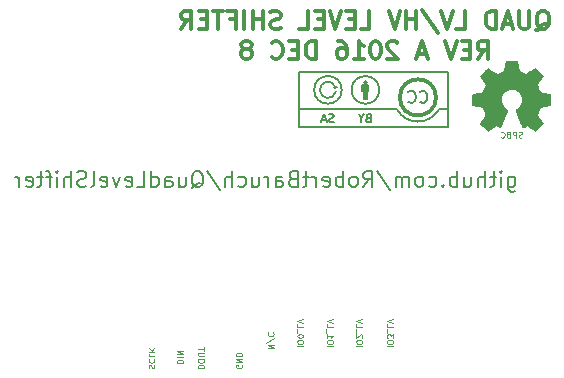
<source format=gbr>
G04 #@! TF.FileFunction,Legend,Bot*
%FSLAX46Y46*%
G04 Gerber Fmt 4.6, Leading zero omitted, Abs format (unit mm)*
G04 Created by KiCad (PCBNEW 4.0.4-stable) date 12/08/16 20:58:41*
%MOMM*%
%LPD*%
G01*
G04 APERTURE LIST*
%ADD10C,0.100000*%
%ADD11C,0.200000*%
%ADD12C,0.300000*%
%ADD13C,0.150000*%
%ADD14C,0.010000*%
G04 APERTURE END LIST*
D10*
X118292857Y-93302381D02*
X118221428Y-93326190D01*
X118102381Y-93326190D01*
X118054762Y-93302381D01*
X118030952Y-93278571D01*
X118007143Y-93230952D01*
X118007143Y-93183333D01*
X118030952Y-93135714D01*
X118054762Y-93111905D01*
X118102381Y-93088095D01*
X118197619Y-93064286D01*
X118245238Y-93040476D01*
X118269047Y-93016667D01*
X118292857Y-92969048D01*
X118292857Y-92921429D01*
X118269047Y-92873810D01*
X118245238Y-92850000D01*
X118197619Y-92826190D01*
X118078571Y-92826190D01*
X118007143Y-92850000D01*
X117792857Y-93326190D02*
X117792857Y-92826190D01*
X117602381Y-92826190D01*
X117554762Y-92850000D01*
X117530953Y-92873810D01*
X117507143Y-92921429D01*
X117507143Y-92992857D01*
X117530953Y-93040476D01*
X117554762Y-93064286D01*
X117602381Y-93088095D01*
X117792857Y-93088095D01*
X117126191Y-93064286D02*
X117054762Y-93088095D01*
X117030953Y-93111905D01*
X117007143Y-93159524D01*
X117007143Y-93230952D01*
X117030953Y-93278571D01*
X117054762Y-93302381D01*
X117102381Y-93326190D01*
X117292857Y-93326190D01*
X117292857Y-92826190D01*
X117126191Y-92826190D01*
X117078572Y-92850000D01*
X117054762Y-92873810D01*
X117030953Y-92921429D01*
X117030953Y-92969048D01*
X117054762Y-93016667D01*
X117078572Y-93040476D01*
X117126191Y-93064286D01*
X117292857Y-93064286D01*
X116507143Y-93278571D02*
X116530953Y-93302381D01*
X116602381Y-93326190D01*
X116650000Y-93326190D01*
X116721429Y-93302381D01*
X116769048Y-93254762D01*
X116792857Y-93207143D01*
X116816667Y-93111905D01*
X116816667Y-93040476D01*
X116792857Y-92945238D01*
X116769048Y-92897619D01*
X116721429Y-92850000D01*
X116650000Y-92826190D01*
X116602381Y-92826190D01*
X116530953Y-92850000D01*
X116507143Y-92873810D01*
D11*
X117121426Y-96621429D02*
X117121426Y-97673810D01*
X117183331Y-97797619D01*
X117245236Y-97859524D01*
X117369045Y-97921429D01*
X117554760Y-97921429D01*
X117678569Y-97859524D01*
X117121426Y-97426190D02*
X117245236Y-97488095D01*
X117492855Y-97488095D01*
X117616664Y-97426190D01*
X117678569Y-97364286D01*
X117740474Y-97240476D01*
X117740474Y-96869048D01*
X117678569Y-96745238D01*
X117616664Y-96683333D01*
X117492855Y-96621429D01*
X117245236Y-96621429D01*
X117121426Y-96683333D01*
X116502379Y-97488095D02*
X116502379Y-96621429D01*
X116502379Y-96188095D02*
X116564284Y-96250000D01*
X116502379Y-96311905D01*
X116440474Y-96250000D01*
X116502379Y-96188095D01*
X116502379Y-96311905D01*
X116069045Y-96621429D02*
X115573807Y-96621429D01*
X115883331Y-96188095D02*
X115883331Y-97302381D01*
X115821426Y-97426190D01*
X115697617Y-97488095D01*
X115573807Y-97488095D01*
X115140474Y-97488095D02*
X115140474Y-96188095D01*
X114583331Y-97488095D02*
X114583331Y-96807143D01*
X114645236Y-96683333D01*
X114769046Y-96621429D01*
X114954760Y-96621429D01*
X115078569Y-96683333D01*
X115140474Y-96745238D01*
X113407141Y-96621429D02*
X113407141Y-97488095D01*
X113964284Y-96621429D02*
X113964284Y-97302381D01*
X113902379Y-97426190D01*
X113778570Y-97488095D01*
X113592856Y-97488095D01*
X113469046Y-97426190D01*
X113407141Y-97364286D01*
X112788094Y-97488095D02*
X112788094Y-96188095D01*
X112788094Y-96683333D02*
X112664285Y-96621429D01*
X112416666Y-96621429D01*
X112292856Y-96683333D01*
X112230951Y-96745238D01*
X112169047Y-96869048D01*
X112169047Y-97240476D01*
X112230951Y-97364286D01*
X112292856Y-97426190D01*
X112416666Y-97488095D01*
X112664285Y-97488095D01*
X112788094Y-97426190D01*
X111611904Y-97364286D02*
X111549999Y-97426190D01*
X111611904Y-97488095D01*
X111673809Y-97426190D01*
X111611904Y-97364286D01*
X111611904Y-97488095D01*
X110435713Y-97426190D02*
X110559523Y-97488095D01*
X110807142Y-97488095D01*
X110930951Y-97426190D01*
X110992856Y-97364286D01*
X111054761Y-97240476D01*
X111054761Y-96869048D01*
X110992856Y-96745238D01*
X110930951Y-96683333D01*
X110807142Y-96621429D01*
X110559523Y-96621429D01*
X110435713Y-96683333D01*
X109692856Y-97488095D02*
X109816665Y-97426190D01*
X109878570Y-97364286D01*
X109940475Y-97240476D01*
X109940475Y-96869048D01*
X109878570Y-96745238D01*
X109816665Y-96683333D01*
X109692856Y-96621429D01*
X109507142Y-96621429D01*
X109383332Y-96683333D01*
X109321427Y-96745238D01*
X109259523Y-96869048D01*
X109259523Y-97240476D01*
X109321427Y-97364286D01*
X109383332Y-97426190D01*
X109507142Y-97488095D01*
X109692856Y-97488095D01*
X108702380Y-97488095D02*
X108702380Y-96621429D01*
X108702380Y-96745238D02*
X108640475Y-96683333D01*
X108516666Y-96621429D01*
X108330952Y-96621429D01*
X108207142Y-96683333D01*
X108145237Y-96807143D01*
X108145237Y-97488095D01*
X108145237Y-96807143D02*
X108083333Y-96683333D01*
X107959523Y-96621429D01*
X107773809Y-96621429D01*
X107649999Y-96683333D01*
X107588094Y-96807143D01*
X107588094Y-97488095D01*
X106040476Y-96126190D02*
X107154761Y-97797619D01*
X104864285Y-97488095D02*
X105297618Y-96869048D01*
X105607142Y-97488095D02*
X105607142Y-96188095D01*
X105111904Y-96188095D01*
X104988095Y-96250000D01*
X104926190Y-96311905D01*
X104864285Y-96435714D01*
X104864285Y-96621429D01*
X104926190Y-96745238D01*
X104988095Y-96807143D01*
X105111904Y-96869048D01*
X105607142Y-96869048D01*
X104121428Y-97488095D02*
X104245237Y-97426190D01*
X104307142Y-97364286D01*
X104369047Y-97240476D01*
X104369047Y-96869048D01*
X104307142Y-96745238D01*
X104245237Y-96683333D01*
X104121428Y-96621429D01*
X103935714Y-96621429D01*
X103811904Y-96683333D01*
X103749999Y-96745238D01*
X103688095Y-96869048D01*
X103688095Y-97240476D01*
X103749999Y-97364286D01*
X103811904Y-97426190D01*
X103935714Y-97488095D01*
X104121428Y-97488095D01*
X103130952Y-97488095D02*
X103130952Y-96188095D01*
X103130952Y-96683333D02*
X103007143Y-96621429D01*
X102759524Y-96621429D01*
X102635714Y-96683333D01*
X102573809Y-96745238D01*
X102511905Y-96869048D01*
X102511905Y-97240476D01*
X102573809Y-97364286D01*
X102635714Y-97426190D01*
X102759524Y-97488095D01*
X103007143Y-97488095D01*
X103130952Y-97426190D01*
X101459524Y-97426190D02*
X101583334Y-97488095D01*
X101830953Y-97488095D01*
X101954762Y-97426190D01*
X102016667Y-97302381D01*
X102016667Y-96807143D01*
X101954762Y-96683333D01*
X101830953Y-96621429D01*
X101583334Y-96621429D01*
X101459524Y-96683333D01*
X101397619Y-96807143D01*
X101397619Y-96930952D01*
X102016667Y-97054762D01*
X100840476Y-97488095D02*
X100840476Y-96621429D01*
X100840476Y-96869048D02*
X100778571Y-96745238D01*
X100716667Y-96683333D01*
X100592857Y-96621429D01*
X100469048Y-96621429D01*
X100221428Y-96621429D02*
X99726190Y-96621429D01*
X100035714Y-96188095D02*
X100035714Y-97302381D01*
X99973809Y-97426190D01*
X99850000Y-97488095D01*
X99726190Y-97488095D01*
X98859524Y-96807143D02*
X98673810Y-96869048D01*
X98611905Y-96930952D01*
X98550000Y-97054762D01*
X98550000Y-97240476D01*
X98611905Y-97364286D01*
X98673810Y-97426190D01*
X98797619Y-97488095D01*
X99292857Y-97488095D01*
X99292857Y-96188095D01*
X98859524Y-96188095D01*
X98735714Y-96250000D01*
X98673810Y-96311905D01*
X98611905Y-96435714D01*
X98611905Y-96559524D01*
X98673810Y-96683333D01*
X98735714Y-96745238D01*
X98859524Y-96807143D01*
X99292857Y-96807143D01*
X97435714Y-97488095D02*
X97435714Y-96807143D01*
X97497619Y-96683333D01*
X97621429Y-96621429D01*
X97869048Y-96621429D01*
X97992857Y-96683333D01*
X97435714Y-97426190D02*
X97559524Y-97488095D01*
X97869048Y-97488095D01*
X97992857Y-97426190D01*
X98054762Y-97302381D01*
X98054762Y-97178571D01*
X97992857Y-97054762D01*
X97869048Y-96992857D01*
X97559524Y-96992857D01*
X97435714Y-96930952D01*
X96816667Y-97488095D02*
X96816667Y-96621429D01*
X96816667Y-96869048D02*
X96754762Y-96745238D01*
X96692858Y-96683333D01*
X96569048Y-96621429D01*
X96445239Y-96621429D01*
X95454762Y-96621429D02*
X95454762Y-97488095D01*
X96011905Y-96621429D02*
X96011905Y-97302381D01*
X95950000Y-97426190D01*
X95826191Y-97488095D01*
X95640477Y-97488095D01*
X95516667Y-97426190D01*
X95454762Y-97364286D01*
X94278572Y-97426190D02*
X94402382Y-97488095D01*
X94650001Y-97488095D01*
X94773810Y-97426190D01*
X94835715Y-97364286D01*
X94897620Y-97240476D01*
X94897620Y-96869048D01*
X94835715Y-96745238D01*
X94773810Y-96683333D01*
X94650001Y-96621429D01*
X94402382Y-96621429D01*
X94278572Y-96683333D01*
X93721429Y-97488095D02*
X93721429Y-96188095D01*
X93164286Y-97488095D02*
X93164286Y-96807143D01*
X93226191Y-96683333D01*
X93350001Y-96621429D01*
X93535715Y-96621429D01*
X93659524Y-96683333D01*
X93721429Y-96745238D01*
X91616668Y-96126190D02*
X92730953Y-97797619D01*
X90316668Y-97611905D02*
X90440477Y-97550000D01*
X90564287Y-97426190D01*
X90750001Y-97240476D01*
X90873810Y-97178571D01*
X90997620Y-97178571D01*
X90935715Y-97488095D02*
X91059525Y-97426190D01*
X91183334Y-97302381D01*
X91245239Y-97054762D01*
X91245239Y-96621429D01*
X91183334Y-96373810D01*
X91059525Y-96250000D01*
X90935715Y-96188095D01*
X90688096Y-96188095D01*
X90564287Y-96250000D01*
X90440477Y-96373810D01*
X90378572Y-96621429D01*
X90378572Y-97054762D01*
X90440477Y-97302381D01*
X90564287Y-97426190D01*
X90688096Y-97488095D01*
X90935715Y-97488095D01*
X89264286Y-96621429D02*
X89264286Y-97488095D01*
X89821429Y-96621429D02*
X89821429Y-97302381D01*
X89759524Y-97426190D01*
X89635715Y-97488095D01*
X89450001Y-97488095D01*
X89326191Y-97426190D01*
X89264286Y-97364286D01*
X88088096Y-97488095D02*
X88088096Y-96807143D01*
X88150001Y-96683333D01*
X88273811Y-96621429D01*
X88521430Y-96621429D01*
X88645239Y-96683333D01*
X88088096Y-97426190D02*
X88211906Y-97488095D01*
X88521430Y-97488095D01*
X88645239Y-97426190D01*
X88707144Y-97302381D01*
X88707144Y-97178571D01*
X88645239Y-97054762D01*
X88521430Y-96992857D01*
X88211906Y-96992857D01*
X88088096Y-96930952D01*
X86911906Y-97488095D02*
X86911906Y-96188095D01*
X86911906Y-97426190D02*
X87035716Y-97488095D01*
X87283335Y-97488095D01*
X87407144Y-97426190D01*
X87469049Y-97364286D01*
X87530954Y-97240476D01*
X87530954Y-96869048D01*
X87469049Y-96745238D01*
X87407144Y-96683333D01*
X87283335Y-96621429D01*
X87035716Y-96621429D01*
X86911906Y-96683333D01*
X85673812Y-97488095D02*
X86292859Y-97488095D01*
X86292859Y-96188095D01*
X84745240Y-97426190D02*
X84869050Y-97488095D01*
X85116669Y-97488095D01*
X85240478Y-97426190D01*
X85302383Y-97302381D01*
X85302383Y-96807143D01*
X85240478Y-96683333D01*
X85116669Y-96621429D01*
X84869050Y-96621429D01*
X84745240Y-96683333D01*
X84683335Y-96807143D01*
X84683335Y-96930952D01*
X85302383Y-97054762D01*
X84250002Y-96621429D02*
X83940478Y-97488095D01*
X83630954Y-96621429D01*
X82640478Y-97426190D02*
X82764288Y-97488095D01*
X83011907Y-97488095D01*
X83135716Y-97426190D01*
X83197621Y-97302381D01*
X83197621Y-96807143D01*
X83135716Y-96683333D01*
X83011907Y-96621429D01*
X82764288Y-96621429D01*
X82640478Y-96683333D01*
X82578573Y-96807143D01*
X82578573Y-96930952D01*
X83197621Y-97054762D01*
X81835716Y-97488095D02*
X81959525Y-97426190D01*
X82021430Y-97302381D01*
X82021430Y-96188095D01*
X81402383Y-97426190D02*
X81216669Y-97488095D01*
X80907145Y-97488095D01*
X80783335Y-97426190D01*
X80721431Y-97364286D01*
X80659526Y-97240476D01*
X80659526Y-97116667D01*
X80721431Y-96992857D01*
X80783335Y-96930952D01*
X80907145Y-96869048D01*
X81154764Y-96807143D01*
X81278573Y-96745238D01*
X81340478Y-96683333D01*
X81402383Y-96559524D01*
X81402383Y-96435714D01*
X81340478Y-96311905D01*
X81278573Y-96250000D01*
X81154764Y-96188095D01*
X80845240Y-96188095D01*
X80659526Y-96250000D01*
X80102383Y-97488095D02*
X80102383Y-96188095D01*
X79545240Y-97488095D02*
X79545240Y-96807143D01*
X79607145Y-96683333D01*
X79730955Y-96621429D01*
X79916669Y-96621429D01*
X80040478Y-96683333D01*
X80102383Y-96745238D01*
X78926193Y-97488095D02*
X78926193Y-96621429D01*
X78926193Y-96188095D02*
X78988098Y-96250000D01*
X78926193Y-96311905D01*
X78864288Y-96250000D01*
X78926193Y-96188095D01*
X78926193Y-96311905D01*
X78492859Y-96621429D02*
X77997621Y-96621429D01*
X78307145Y-97488095D02*
X78307145Y-96373810D01*
X78245240Y-96250000D01*
X78121431Y-96188095D01*
X77997621Y-96188095D01*
X77750002Y-96621429D02*
X77254764Y-96621429D01*
X77564288Y-96188095D02*
X77564288Y-97302381D01*
X77502383Y-97426190D01*
X77378574Y-97488095D01*
X77254764Y-97488095D01*
X76326193Y-97426190D02*
X76450003Y-97488095D01*
X76697622Y-97488095D01*
X76821431Y-97426190D01*
X76883336Y-97302381D01*
X76883336Y-96807143D01*
X76821431Y-96683333D01*
X76697622Y-96621429D01*
X76450003Y-96621429D01*
X76326193Y-96683333D01*
X76264288Y-96807143D01*
X76264288Y-96930952D01*
X76883336Y-97054762D01*
X75707145Y-97488095D02*
X75707145Y-96621429D01*
X75707145Y-96869048D02*
X75645240Y-96745238D01*
X75583336Y-96683333D01*
X75459526Y-96621429D01*
X75335717Y-96621429D01*
D10*
X86697619Y-112845238D02*
X86673810Y-112773809D01*
X86673810Y-112654762D01*
X86697619Y-112607143D01*
X86721429Y-112583333D01*
X86769048Y-112559524D01*
X86816667Y-112559524D01*
X86864286Y-112583333D01*
X86888095Y-112607143D01*
X86911905Y-112654762D01*
X86935714Y-112750000D01*
X86959524Y-112797619D01*
X86983333Y-112821428D01*
X87030952Y-112845238D01*
X87078571Y-112845238D01*
X87126190Y-112821428D01*
X87150000Y-112797619D01*
X87173810Y-112750000D01*
X87173810Y-112630952D01*
X87150000Y-112559524D01*
X86721429Y-112059524D02*
X86697619Y-112083334D01*
X86673810Y-112154762D01*
X86673810Y-112202381D01*
X86697619Y-112273810D01*
X86745238Y-112321429D01*
X86792857Y-112345238D01*
X86888095Y-112369048D01*
X86959524Y-112369048D01*
X87054762Y-112345238D01*
X87102381Y-112321429D01*
X87150000Y-112273810D01*
X87173810Y-112202381D01*
X87173810Y-112154762D01*
X87150000Y-112083334D01*
X87126190Y-112059524D01*
X86673810Y-111607143D02*
X86673810Y-111845238D01*
X87173810Y-111845238D01*
X86673810Y-111440476D02*
X87173810Y-111440476D01*
X86673810Y-111154762D02*
X86959524Y-111369048D01*
X87173810Y-111154762D02*
X86888095Y-111440476D01*
X89073810Y-112411904D02*
X89573810Y-112411904D01*
X89573810Y-112292857D01*
X89550000Y-112221428D01*
X89502381Y-112173809D01*
X89454762Y-112150000D01*
X89359524Y-112126190D01*
X89288095Y-112126190D01*
X89192857Y-112150000D01*
X89145238Y-112173809D01*
X89097619Y-112221428D01*
X89073810Y-112292857D01*
X89073810Y-112411904D01*
X89073810Y-111911904D02*
X89573810Y-111911904D01*
X89073810Y-111673809D02*
X89573810Y-111673809D01*
X89073810Y-111388095D01*
X89573810Y-111388095D01*
X90873810Y-112845238D02*
X91373810Y-112845238D01*
X91373810Y-112726191D01*
X91350000Y-112654762D01*
X91302381Y-112607143D01*
X91254762Y-112583334D01*
X91159524Y-112559524D01*
X91088095Y-112559524D01*
X90992857Y-112583334D01*
X90945238Y-112607143D01*
X90897619Y-112654762D01*
X90873810Y-112726191D01*
X90873810Y-112845238D01*
X91373810Y-112250000D02*
X91373810Y-112154762D01*
X91350000Y-112107143D01*
X91302381Y-112059524D01*
X91207143Y-112035715D01*
X91040476Y-112035715D01*
X90945238Y-112059524D01*
X90897619Y-112107143D01*
X90873810Y-112154762D01*
X90873810Y-112250000D01*
X90897619Y-112297619D01*
X90945238Y-112345238D01*
X91040476Y-112369048D01*
X91207143Y-112369048D01*
X91302381Y-112345238D01*
X91350000Y-112297619D01*
X91373810Y-112250000D01*
X91373810Y-111821428D02*
X90969048Y-111821428D01*
X90921429Y-111797619D01*
X90897619Y-111773809D01*
X90873810Y-111726190D01*
X90873810Y-111630952D01*
X90897619Y-111583333D01*
X90921429Y-111559524D01*
X90969048Y-111535714D01*
X91373810Y-111535714D01*
X91373810Y-111369047D02*
X91373810Y-111083333D01*
X90873810Y-111226190D02*
X91373810Y-111226190D01*
X94550000Y-112580953D02*
X94573810Y-112628572D01*
X94573810Y-112700000D01*
X94550000Y-112771429D01*
X94502381Y-112819048D01*
X94454762Y-112842857D01*
X94359524Y-112866667D01*
X94288095Y-112866667D01*
X94192857Y-112842857D01*
X94145238Y-112819048D01*
X94097619Y-112771429D01*
X94073810Y-112700000D01*
X94073810Y-112652381D01*
X94097619Y-112580953D01*
X94121429Y-112557143D01*
X94288095Y-112557143D01*
X94288095Y-112652381D01*
X94073810Y-112342857D02*
X94573810Y-112342857D01*
X94073810Y-112057143D01*
X94573810Y-112057143D01*
X94073810Y-111819047D02*
X94573810Y-111819047D01*
X94573810Y-111700000D01*
X94550000Y-111628571D01*
X94502381Y-111580952D01*
X94454762Y-111557143D01*
X94359524Y-111533333D01*
X94288095Y-111533333D01*
X94192857Y-111557143D01*
X94145238Y-111580952D01*
X94097619Y-111628571D01*
X94073810Y-111700000D01*
X94073810Y-111819047D01*
X96773810Y-111154762D02*
X97273810Y-111154762D01*
X96773810Y-110869048D01*
X97273810Y-110869048D01*
X97297619Y-110273810D02*
X96654762Y-110702381D01*
X96821429Y-109821428D02*
X96797619Y-109845238D01*
X96773810Y-109916666D01*
X96773810Y-109964285D01*
X96797619Y-110035714D01*
X96845238Y-110083333D01*
X96892857Y-110107142D01*
X96988095Y-110130952D01*
X97059524Y-110130952D01*
X97154762Y-110107142D01*
X97202381Y-110083333D01*
X97250000Y-110035714D01*
X97273810Y-109964285D01*
X97273810Y-109916666D01*
X97250000Y-109845238D01*
X97226190Y-109821428D01*
X99273810Y-111007142D02*
X99773810Y-111007142D01*
X99773810Y-110673809D02*
X99773810Y-110578571D01*
X99750000Y-110530952D01*
X99702381Y-110483333D01*
X99607143Y-110459524D01*
X99440476Y-110459524D01*
X99345238Y-110483333D01*
X99297619Y-110530952D01*
X99273810Y-110578571D01*
X99273810Y-110673809D01*
X99297619Y-110721428D01*
X99345238Y-110769047D01*
X99440476Y-110792857D01*
X99607143Y-110792857D01*
X99702381Y-110769047D01*
X99750000Y-110721428D01*
X99773810Y-110673809D01*
X99773810Y-110149999D02*
X99773810Y-110102380D01*
X99750000Y-110054761D01*
X99726190Y-110030952D01*
X99678571Y-110007142D01*
X99583333Y-109983333D01*
X99464286Y-109983333D01*
X99369048Y-110007142D01*
X99321429Y-110030952D01*
X99297619Y-110054761D01*
X99273810Y-110102380D01*
X99273810Y-110149999D01*
X99297619Y-110197618D01*
X99321429Y-110221428D01*
X99369048Y-110245237D01*
X99464286Y-110269047D01*
X99583333Y-110269047D01*
X99678571Y-110245237D01*
X99726190Y-110221428D01*
X99750000Y-110197618D01*
X99773810Y-110149999D01*
X99226190Y-109888095D02*
X99226190Y-109507143D01*
X99273810Y-109150000D02*
X99273810Y-109388095D01*
X99773810Y-109388095D01*
X99773810Y-109054762D02*
X99273810Y-108888095D01*
X99773810Y-108721429D01*
X101773810Y-111007142D02*
X102273810Y-111007142D01*
X102273810Y-110673809D02*
X102273810Y-110578571D01*
X102250000Y-110530952D01*
X102202381Y-110483333D01*
X102107143Y-110459524D01*
X101940476Y-110459524D01*
X101845238Y-110483333D01*
X101797619Y-110530952D01*
X101773810Y-110578571D01*
X101773810Y-110673809D01*
X101797619Y-110721428D01*
X101845238Y-110769047D01*
X101940476Y-110792857D01*
X102107143Y-110792857D01*
X102202381Y-110769047D01*
X102250000Y-110721428D01*
X102273810Y-110673809D01*
X101773810Y-109983333D02*
X101773810Y-110269047D01*
X101773810Y-110126190D02*
X102273810Y-110126190D01*
X102202381Y-110173809D01*
X102154762Y-110221428D01*
X102130952Y-110269047D01*
X101726190Y-109888095D02*
X101726190Y-109507143D01*
X101773810Y-109150000D02*
X101773810Y-109388095D01*
X102273810Y-109388095D01*
X102273810Y-109054762D02*
X101773810Y-108888095D01*
X102273810Y-108721429D01*
X104273810Y-111007142D02*
X104773810Y-111007142D01*
X104773810Y-110673809D02*
X104773810Y-110578571D01*
X104750000Y-110530952D01*
X104702381Y-110483333D01*
X104607143Y-110459524D01*
X104440476Y-110459524D01*
X104345238Y-110483333D01*
X104297619Y-110530952D01*
X104273810Y-110578571D01*
X104273810Y-110673809D01*
X104297619Y-110721428D01*
X104345238Y-110769047D01*
X104440476Y-110792857D01*
X104607143Y-110792857D01*
X104702381Y-110769047D01*
X104750000Y-110721428D01*
X104773810Y-110673809D01*
X104726190Y-110269047D02*
X104750000Y-110245237D01*
X104773810Y-110197618D01*
X104773810Y-110078571D01*
X104750000Y-110030952D01*
X104726190Y-110007142D01*
X104678571Y-109983333D01*
X104630952Y-109983333D01*
X104559524Y-110007142D01*
X104273810Y-110292856D01*
X104273810Y-109983333D01*
X104226190Y-109888095D02*
X104226190Y-109507143D01*
X104273810Y-109150000D02*
X104273810Y-109388095D01*
X104773810Y-109388095D01*
X104773810Y-109054762D02*
X104273810Y-108888095D01*
X104773810Y-108721429D01*
X106873810Y-111007142D02*
X107373810Y-111007142D01*
X107373810Y-110673809D02*
X107373810Y-110578571D01*
X107350000Y-110530952D01*
X107302381Y-110483333D01*
X107207143Y-110459524D01*
X107040476Y-110459524D01*
X106945238Y-110483333D01*
X106897619Y-110530952D01*
X106873810Y-110578571D01*
X106873810Y-110673809D01*
X106897619Y-110721428D01*
X106945238Y-110769047D01*
X107040476Y-110792857D01*
X107207143Y-110792857D01*
X107302381Y-110769047D01*
X107350000Y-110721428D01*
X107373810Y-110673809D01*
X107373810Y-110292856D02*
X107373810Y-109983333D01*
X107183333Y-110149999D01*
X107183333Y-110078571D01*
X107159524Y-110030952D01*
X107135714Y-110007142D01*
X107088095Y-109983333D01*
X106969048Y-109983333D01*
X106921429Y-110007142D01*
X106897619Y-110030952D01*
X106873810Y-110078571D01*
X106873810Y-110221428D01*
X106897619Y-110269047D01*
X106921429Y-110292856D01*
X106826190Y-109888095D02*
X106826190Y-109507143D01*
X106873810Y-109150000D02*
X106873810Y-109388095D01*
X107373810Y-109388095D01*
X107373810Y-109054762D02*
X106873810Y-108888095D01*
X107373810Y-108721429D01*
D12*
X119500000Y-84246429D02*
X119642857Y-84175000D01*
X119785714Y-84032143D01*
X120000000Y-83817857D01*
X120142857Y-83746429D01*
X120285714Y-83746429D01*
X120214286Y-84103571D02*
X120357143Y-84032143D01*
X120500000Y-83889286D01*
X120571429Y-83603571D01*
X120571429Y-83103571D01*
X120500000Y-82817857D01*
X120357143Y-82675000D01*
X120214286Y-82603571D01*
X119928572Y-82603571D01*
X119785714Y-82675000D01*
X119642857Y-82817857D01*
X119571429Y-83103571D01*
X119571429Y-83603571D01*
X119642857Y-83889286D01*
X119785714Y-84032143D01*
X119928572Y-84103571D01*
X120214286Y-84103571D01*
X118928571Y-82603571D02*
X118928571Y-83817857D01*
X118857143Y-83960714D01*
X118785714Y-84032143D01*
X118642857Y-84103571D01*
X118357143Y-84103571D01*
X118214285Y-84032143D01*
X118142857Y-83960714D01*
X118071428Y-83817857D01*
X118071428Y-82603571D01*
X117428571Y-83675000D02*
X116714285Y-83675000D01*
X117571428Y-84103571D02*
X117071428Y-82603571D01*
X116571428Y-84103571D01*
X116071428Y-84103571D02*
X116071428Y-82603571D01*
X115714285Y-82603571D01*
X115500000Y-82675000D01*
X115357142Y-82817857D01*
X115285714Y-82960714D01*
X115214285Y-83246429D01*
X115214285Y-83460714D01*
X115285714Y-83746429D01*
X115357142Y-83889286D01*
X115500000Y-84032143D01*
X115714285Y-84103571D01*
X116071428Y-84103571D01*
X112714285Y-84103571D02*
X113428571Y-84103571D01*
X113428571Y-82603571D01*
X112428571Y-82603571D02*
X111928571Y-84103571D01*
X111428571Y-82603571D01*
X109857143Y-82532143D02*
X111142857Y-84460714D01*
X109357142Y-84103571D02*
X109357142Y-82603571D01*
X109357142Y-83317857D02*
X108499999Y-83317857D01*
X108499999Y-84103571D02*
X108499999Y-82603571D01*
X107999999Y-82603571D02*
X107499999Y-84103571D01*
X106999999Y-82603571D01*
X104642856Y-84103571D02*
X105357142Y-84103571D01*
X105357142Y-82603571D01*
X104142856Y-83317857D02*
X103642856Y-83317857D01*
X103428570Y-84103571D02*
X104142856Y-84103571D01*
X104142856Y-82603571D01*
X103428570Y-82603571D01*
X102999999Y-82603571D02*
X102499999Y-84103571D01*
X101999999Y-82603571D01*
X101499999Y-83317857D02*
X100999999Y-83317857D01*
X100785713Y-84103571D02*
X101499999Y-84103571D01*
X101499999Y-82603571D01*
X100785713Y-82603571D01*
X99428570Y-84103571D02*
X100142856Y-84103571D01*
X100142856Y-82603571D01*
X97857142Y-84032143D02*
X97642856Y-84103571D01*
X97285713Y-84103571D01*
X97142856Y-84032143D01*
X97071427Y-83960714D01*
X96999999Y-83817857D01*
X96999999Y-83675000D01*
X97071427Y-83532143D01*
X97142856Y-83460714D01*
X97285713Y-83389286D01*
X97571427Y-83317857D01*
X97714285Y-83246429D01*
X97785713Y-83175000D01*
X97857142Y-83032143D01*
X97857142Y-82889286D01*
X97785713Y-82746429D01*
X97714285Y-82675000D01*
X97571427Y-82603571D01*
X97214285Y-82603571D01*
X96999999Y-82675000D01*
X96357142Y-84103571D02*
X96357142Y-82603571D01*
X96357142Y-83317857D02*
X95499999Y-83317857D01*
X95499999Y-84103571D02*
X95499999Y-82603571D01*
X94785713Y-84103571D02*
X94785713Y-82603571D01*
X93571427Y-83317857D02*
X94071427Y-83317857D01*
X94071427Y-84103571D02*
X94071427Y-82603571D01*
X93357141Y-82603571D01*
X92999999Y-82603571D02*
X92142856Y-82603571D01*
X92571427Y-84103571D02*
X92571427Y-82603571D01*
X91642856Y-83317857D02*
X91142856Y-83317857D01*
X90928570Y-84103571D02*
X91642856Y-84103571D01*
X91642856Y-82603571D01*
X90928570Y-82603571D01*
X89428570Y-84103571D02*
X89928570Y-83389286D01*
X90285713Y-84103571D02*
X90285713Y-82603571D01*
X89714285Y-82603571D01*
X89571427Y-82675000D01*
X89499999Y-82746429D01*
X89428570Y-82889286D01*
X89428570Y-83103571D01*
X89499999Y-83246429D01*
X89571427Y-83317857D01*
X89714285Y-83389286D01*
X90285713Y-83389286D01*
X114535712Y-86653571D02*
X115035712Y-85939286D01*
X115392855Y-86653571D02*
X115392855Y-85153571D01*
X114821427Y-85153571D01*
X114678569Y-85225000D01*
X114607141Y-85296429D01*
X114535712Y-85439286D01*
X114535712Y-85653571D01*
X114607141Y-85796429D01*
X114678569Y-85867857D01*
X114821427Y-85939286D01*
X115392855Y-85939286D01*
X113892855Y-85867857D02*
X113392855Y-85867857D01*
X113178569Y-86653571D02*
X113892855Y-86653571D01*
X113892855Y-85153571D01*
X113178569Y-85153571D01*
X112749998Y-85153571D02*
X112249998Y-86653571D01*
X111749998Y-85153571D01*
X110178570Y-86225000D02*
X109464284Y-86225000D01*
X110321427Y-86653571D02*
X109821427Y-85153571D01*
X109321427Y-86653571D01*
X107749999Y-85296429D02*
X107678570Y-85225000D01*
X107535713Y-85153571D01*
X107178570Y-85153571D01*
X107035713Y-85225000D01*
X106964284Y-85296429D01*
X106892856Y-85439286D01*
X106892856Y-85582143D01*
X106964284Y-85796429D01*
X107821427Y-86653571D01*
X106892856Y-86653571D01*
X105964285Y-85153571D02*
X105821428Y-85153571D01*
X105678571Y-85225000D01*
X105607142Y-85296429D01*
X105535713Y-85439286D01*
X105464285Y-85725000D01*
X105464285Y-86082143D01*
X105535713Y-86367857D01*
X105607142Y-86510714D01*
X105678571Y-86582143D01*
X105821428Y-86653571D01*
X105964285Y-86653571D01*
X106107142Y-86582143D01*
X106178571Y-86510714D01*
X106249999Y-86367857D01*
X106321428Y-86082143D01*
X106321428Y-85725000D01*
X106249999Y-85439286D01*
X106178571Y-85296429D01*
X106107142Y-85225000D01*
X105964285Y-85153571D01*
X104035714Y-86653571D02*
X104892857Y-86653571D01*
X104464285Y-86653571D02*
X104464285Y-85153571D01*
X104607142Y-85367857D01*
X104750000Y-85510714D01*
X104892857Y-85582143D01*
X102750000Y-85153571D02*
X103035714Y-85153571D01*
X103178571Y-85225000D01*
X103250000Y-85296429D01*
X103392857Y-85510714D01*
X103464286Y-85796429D01*
X103464286Y-86367857D01*
X103392857Y-86510714D01*
X103321429Y-86582143D01*
X103178571Y-86653571D01*
X102892857Y-86653571D01*
X102750000Y-86582143D01*
X102678571Y-86510714D01*
X102607143Y-86367857D01*
X102607143Y-86010714D01*
X102678571Y-85867857D01*
X102750000Y-85796429D01*
X102892857Y-85725000D01*
X103178571Y-85725000D01*
X103321429Y-85796429D01*
X103392857Y-85867857D01*
X103464286Y-86010714D01*
X100821429Y-86653571D02*
X100821429Y-85153571D01*
X100464286Y-85153571D01*
X100250001Y-85225000D01*
X100107143Y-85367857D01*
X100035715Y-85510714D01*
X99964286Y-85796429D01*
X99964286Y-86010714D01*
X100035715Y-86296429D01*
X100107143Y-86439286D01*
X100250001Y-86582143D01*
X100464286Y-86653571D01*
X100821429Y-86653571D01*
X99321429Y-85867857D02*
X98821429Y-85867857D01*
X98607143Y-86653571D02*
X99321429Y-86653571D01*
X99321429Y-85153571D01*
X98607143Y-85153571D01*
X97107143Y-86510714D02*
X97178572Y-86582143D01*
X97392858Y-86653571D01*
X97535715Y-86653571D01*
X97750000Y-86582143D01*
X97892858Y-86439286D01*
X97964286Y-86296429D01*
X98035715Y-86010714D01*
X98035715Y-85796429D01*
X97964286Y-85510714D01*
X97892858Y-85367857D01*
X97750000Y-85225000D01*
X97535715Y-85153571D01*
X97392858Y-85153571D01*
X97178572Y-85225000D01*
X97107143Y-85296429D01*
X95107143Y-85796429D02*
X95250001Y-85725000D01*
X95321429Y-85653571D01*
X95392858Y-85510714D01*
X95392858Y-85439286D01*
X95321429Y-85296429D01*
X95250001Y-85225000D01*
X95107143Y-85153571D01*
X94821429Y-85153571D01*
X94678572Y-85225000D01*
X94607143Y-85296429D01*
X94535715Y-85439286D01*
X94535715Y-85510714D01*
X94607143Y-85653571D01*
X94678572Y-85725000D01*
X94821429Y-85796429D01*
X95107143Y-85796429D01*
X95250001Y-85867857D01*
X95321429Y-85939286D01*
X95392858Y-86082143D01*
X95392858Y-86367857D01*
X95321429Y-86510714D01*
X95250001Y-86582143D01*
X95107143Y-86653571D01*
X94821429Y-86653571D01*
X94678572Y-86582143D01*
X94607143Y-86510714D01*
X94535715Y-86367857D01*
X94535715Y-86082143D01*
X94607143Y-85939286D01*
X94678572Y-85867857D01*
X94821429Y-85796429D01*
D13*
X111258000Y-90935999D02*
G75*
G02X107702000Y-90936000I-1778000J1015999D01*
G01*
X111258000Y-90936000D02*
X112020000Y-90936000D01*
D11*
X99447000Y-92460000D02*
X99447000Y-87761000D01*
X112020000Y-92460000D02*
X99447000Y-92460000D01*
X112020000Y-87761000D02*
X112020000Y-92460000D01*
X99447000Y-87761000D02*
X112020000Y-87761000D01*
D13*
X107702000Y-90936000D02*
X99447000Y-90936000D01*
D11*
X102530426Y-89420165D02*
G75*
G02X102495000Y-89031000I-670426J135165D01*
G01*
D13*
X102368000Y-89031000D02*
X102495000Y-89158000D01*
X102622000Y-89031000D02*
X102368000Y-89031000D01*
X102495000Y-89158000D02*
X102622000Y-89031000D01*
X104908000Y-89158000D02*
X105035000Y-89158000D01*
X104908000Y-89285000D02*
X104908000Y-89158000D01*
X105162000Y-89285000D02*
X104908000Y-89285000D01*
X105162000Y-89031000D02*
X105162000Y-89285000D01*
X104781000Y-89031000D02*
X105162000Y-89031000D01*
X104781000Y-89412000D02*
X104781000Y-88904000D01*
X105289000Y-89412000D02*
X104781000Y-89412000D01*
X105035000Y-88650000D02*
X105035000Y-88777000D01*
X105035000Y-89412000D02*
X105035000Y-90047000D01*
X104908000Y-90047000D02*
X104908000Y-89412000D01*
X105162000Y-90047000D02*
X104908000Y-90047000D01*
X105162000Y-89412000D02*
X105162000Y-90047000D01*
X105289000Y-88904000D02*
X105289000Y-89412000D01*
X105289000Y-88904000D02*
X104781000Y-88904000D01*
D11*
X105162000Y-88650000D02*
G75*
G03X105162000Y-88650000I-127000J0D01*
G01*
D13*
X106205882Y-89285000D02*
G75*
G03X106205882Y-89285000I-1170882J0D01*
G01*
D12*
X111009283Y-89920000D02*
G75*
G03X111009283Y-89920000I-1529283J0D01*
G01*
D13*
X103030882Y-89285000D02*
G75*
G03X103030882Y-89285000I-1170882J0D01*
G01*
D14*
G36*
X116844186Y-87268931D02*
X116760365Y-87713555D01*
X116451080Y-87841053D01*
X116141794Y-87968551D01*
X115770754Y-87716246D01*
X115666843Y-87645996D01*
X115572913Y-87583272D01*
X115493348Y-87530938D01*
X115432530Y-87491857D01*
X115394843Y-87468893D01*
X115384579Y-87463942D01*
X115366090Y-87476676D01*
X115326580Y-87511882D01*
X115270478Y-87565062D01*
X115202213Y-87631718D01*
X115126214Y-87707354D01*
X115046908Y-87787472D01*
X114968725Y-87867574D01*
X114896093Y-87943164D01*
X114833441Y-88009745D01*
X114785197Y-88062818D01*
X114755790Y-88097887D01*
X114748759Y-88109623D01*
X114758877Y-88131260D01*
X114787241Y-88178662D01*
X114830871Y-88247193D01*
X114886782Y-88332215D01*
X114951994Y-88429093D01*
X114989781Y-88484350D01*
X115058657Y-88585248D01*
X115119860Y-88676299D01*
X115170422Y-88752970D01*
X115207372Y-88810728D01*
X115227742Y-88845043D01*
X115230803Y-88852254D01*
X115223864Y-88872748D01*
X115204949Y-88920513D01*
X115176913Y-88988832D01*
X115142609Y-89070989D01*
X115104891Y-89160270D01*
X115066613Y-89249958D01*
X115030630Y-89333338D01*
X114999794Y-89403694D01*
X114976961Y-89454310D01*
X114964983Y-89478471D01*
X114964276Y-89479422D01*
X114945469Y-89484036D01*
X114895382Y-89494328D01*
X114819207Y-89509287D01*
X114722135Y-89527901D01*
X114609357Y-89549159D01*
X114543558Y-89561418D01*
X114423050Y-89584362D01*
X114314203Y-89606195D01*
X114222524Y-89625722D01*
X114153519Y-89641748D01*
X114112696Y-89653079D01*
X114104489Y-89656674D01*
X114096452Y-89681006D01*
X114089967Y-89735959D01*
X114085030Y-89815108D01*
X114081636Y-89912026D01*
X114079782Y-90020287D01*
X114079462Y-90133465D01*
X114080673Y-90245135D01*
X114083410Y-90348868D01*
X114087669Y-90438241D01*
X114093445Y-90506826D01*
X114100733Y-90548197D01*
X114105105Y-90556810D01*
X114131236Y-90567133D01*
X114186607Y-90581892D01*
X114263893Y-90599352D01*
X114355770Y-90617780D01*
X114387842Y-90623741D01*
X114542476Y-90652066D01*
X114664625Y-90674876D01*
X114758327Y-90693080D01*
X114827616Y-90707583D01*
X114876529Y-90719292D01*
X114909103Y-90729115D01*
X114929372Y-90737956D01*
X114941374Y-90746724D01*
X114943053Y-90748457D01*
X114959816Y-90776371D01*
X114985386Y-90830695D01*
X115017212Y-90904777D01*
X115052740Y-90991965D01*
X115089417Y-91085608D01*
X115124689Y-91179052D01*
X115156004Y-91265647D01*
X115180807Y-91338740D01*
X115196546Y-91391678D01*
X115200668Y-91417811D01*
X115200324Y-91418726D01*
X115186359Y-91440086D01*
X115154678Y-91487084D01*
X115108609Y-91554827D01*
X115051482Y-91638423D01*
X114986627Y-91732982D01*
X114968157Y-91759854D01*
X114902301Y-91857275D01*
X114844350Y-91946163D01*
X114797462Y-92021412D01*
X114764793Y-92077920D01*
X114749500Y-92110581D01*
X114748759Y-92114593D01*
X114761608Y-92135684D01*
X114797112Y-92177464D01*
X114850707Y-92235445D01*
X114917829Y-92305135D01*
X114993913Y-92382045D01*
X115074396Y-92461683D01*
X115154713Y-92539561D01*
X115230301Y-92611186D01*
X115296595Y-92672070D01*
X115349031Y-92717721D01*
X115383045Y-92743650D01*
X115392455Y-92747883D01*
X115414357Y-92737912D01*
X115459200Y-92711020D01*
X115519679Y-92671736D01*
X115566211Y-92640117D01*
X115650525Y-92582098D01*
X115750374Y-92513784D01*
X115850527Y-92445579D01*
X115904373Y-92409075D01*
X116086629Y-92285800D01*
X116239619Y-92368520D01*
X116309318Y-92404759D01*
X116368586Y-92432926D01*
X116408689Y-92448991D01*
X116418897Y-92451226D01*
X116431171Y-92434722D01*
X116455387Y-92388082D01*
X116489737Y-92315609D01*
X116532412Y-92221606D01*
X116581606Y-92110374D01*
X116635510Y-91986215D01*
X116692316Y-91853432D01*
X116750218Y-91716327D01*
X116807407Y-91579202D01*
X116862076Y-91446358D01*
X116912416Y-91322098D01*
X116956620Y-91210725D01*
X116992881Y-91116539D01*
X117019391Y-91043844D01*
X117034342Y-90996941D01*
X117036746Y-90980833D01*
X117017689Y-90960286D01*
X116975964Y-90926933D01*
X116920294Y-90887702D01*
X116915622Y-90884599D01*
X116771736Y-90769423D01*
X116655717Y-90635053D01*
X116568570Y-90485784D01*
X116511301Y-90325913D01*
X116484914Y-90159737D01*
X116490415Y-89991552D01*
X116528810Y-89825655D01*
X116601105Y-89666342D01*
X116622374Y-89631487D01*
X116733004Y-89490737D01*
X116863698Y-89377714D01*
X117009936Y-89293003D01*
X117167192Y-89237194D01*
X117330943Y-89210874D01*
X117496667Y-89214630D01*
X117659838Y-89249050D01*
X117815935Y-89314723D01*
X117960433Y-89412235D01*
X118005131Y-89451813D01*
X118118888Y-89575703D01*
X118201782Y-89706124D01*
X118258644Y-89852315D01*
X118290313Y-89997088D01*
X118298131Y-90159860D01*
X118272062Y-90323440D01*
X118214755Y-90482298D01*
X118128856Y-90630906D01*
X118017014Y-90763735D01*
X117881877Y-90875256D01*
X117864117Y-90887011D01*
X117807850Y-90925508D01*
X117765077Y-90958863D01*
X117744628Y-90980160D01*
X117744331Y-90980833D01*
X117748721Y-91003871D01*
X117766124Y-91056157D01*
X117794732Y-91133390D01*
X117832735Y-91231268D01*
X117878326Y-91345491D01*
X117929697Y-91471758D01*
X117985038Y-91605767D01*
X118042542Y-91743218D01*
X118100399Y-91879808D01*
X118156802Y-92011237D01*
X118209942Y-92133205D01*
X118258010Y-92241409D01*
X118299199Y-92331549D01*
X118331699Y-92399323D01*
X118353703Y-92440430D01*
X118362564Y-92451226D01*
X118389640Y-92442819D01*
X118440303Y-92420272D01*
X118505817Y-92387613D01*
X118541841Y-92368520D01*
X118694832Y-92285800D01*
X118877088Y-92409075D01*
X118970125Y-92472228D01*
X119071985Y-92541727D01*
X119167438Y-92607165D01*
X119215250Y-92640117D01*
X119282495Y-92685273D01*
X119339436Y-92721057D01*
X119378646Y-92742938D01*
X119391381Y-92747563D01*
X119409917Y-92735085D01*
X119450941Y-92700252D01*
X119510475Y-92646678D01*
X119584542Y-92577983D01*
X119669165Y-92497781D01*
X119722685Y-92446286D01*
X119816319Y-92354286D01*
X119897241Y-92271999D01*
X119962177Y-92202945D01*
X120007858Y-92150644D01*
X120031011Y-92118616D01*
X120033232Y-92112116D01*
X120022924Y-92087394D01*
X119994439Y-92037405D01*
X119950937Y-91967212D01*
X119895577Y-91881875D01*
X119831520Y-91786456D01*
X119813303Y-91759854D01*
X119746927Y-91663167D01*
X119687378Y-91576117D01*
X119637984Y-91503595D01*
X119602075Y-91450493D01*
X119582981Y-91421703D01*
X119581136Y-91418726D01*
X119583895Y-91395782D01*
X119598538Y-91345336D01*
X119622513Y-91274041D01*
X119653266Y-91188547D01*
X119688244Y-91095507D01*
X119724893Y-91001574D01*
X119760661Y-90913399D01*
X119792994Y-90837634D01*
X119819338Y-90780931D01*
X119837142Y-90749943D01*
X119838407Y-90748457D01*
X119849294Y-90739601D01*
X119867682Y-90730843D01*
X119897606Y-90721277D01*
X119943103Y-90709996D01*
X120008209Y-90696093D01*
X120096961Y-90678663D01*
X120213393Y-90656798D01*
X120361542Y-90629591D01*
X120393618Y-90623741D01*
X120488686Y-90605374D01*
X120571565Y-90587405D01*
X120634930Y-90571569D01*
X120671458Y-90559600D01*
X120676356Y-90556810D01*
X120684427Y-90532072D01*
X120690987Y-90476790D01*
X120696033Y-90397389D01*
X120699559Y-90300296D01*
X120701561Y-90191938D01*
X120702036Y-90078740D01*
X120700977Y-89967128D01*
X120698382Y-89863529D01*
X120694246Y-89774368D01*
X120688563Y-89706072D01*
X120681331Y-89665066D01*
X120676971Y-89656674D01*
X120652698Y-89648208D01*
X120597426Y-89634435D01*
X120516662Y-89616550D01*
X120415912Y-89595748D01*
X120300683Y-89573223D01*
X120237902Y-89561418D01*
X120118787Y-89539151D01*
X120012565Y-89518979D01*
X119924427Y-89501915D01*
X119859566Y-89488969D01*
X119823174Y-89481155D01*
X119817184Y-89479422D01*
X119807061Y-89459890D01*
X119785662Y-89412843D01*
X119755839Y-89345003D01*
X119720445Y-89263091D01*
X119682332Y-89173828D01*
X119644353Y-89083935D01*
X119609360Y-89000135D01*
X119580206Y-88929147D01*
X119559743Y-88877694D01*
X119550823Y-88852497D01*
X119550657Y-88851396D01*
X119560769Y-88831519D01*
X119589117Y-88785777D01*
X119632723Y-88718717D01*
X119688606Y-88634884D01*
X119753787Y-88538826D01*
X119791679Y-88483650D01*
X119860725Y-88382481D01*
X119922050Y-88290630D01*
X119972663Y-88212744D01*
X120009571Y-88153469D01*
X120029782Y-88117451D01*
X120032701Y-88109377D01*
X120020153Y-88090584D01*
X119985463Y-88050457D01*
X119933063Y-87993493D01*
X119867384Y-87924185D01*
X119792856Y-87847031D01*
X119713913Y-87766525D01*
X119634983Y-87687163D01*
X119560500Y-87613440D01*
X119494894Y-87549852D01*
X119442596Y-87500894D01*
X119408039Y-87471061D01*
X119396478Y-87463942D01*
X119377654Y-87473953D01*
X119332631Y-87502078D01*
X119265787Y-87545454D01*
X119181499Y-87601218D01*
X119084144Y-87666506D01*
X119010707Y-87716246D01*
X118639667Y-87968551D01*
X118021095Y-87713555D01*
X117937275Y-87268931D01*
X117853454Y-86824307D01*
X116928006Y-86824307D01*
X116844186Y-87268931D01*
X116844186Y-87268931D01*
G37*
X116844186Y-87268931D02*
X116760365Y-87713555D01*
X116451080Y-87841053D01*
X116141794Y-87968551D01*
X115770754Y-87716246D01*
X115666843Y-87645996D01*
X115572913Y-87583272D01*
X115493348Y-87530938D01*
X115432530Y-87491857D01*
X115394843Y-87468893D01*
X115384579Y-87463942D01*
X115366090Y-87476676D01*
X115326580Y-87511882D01*
X115270478Y-87565062D01*
X115202213Y-87631718D01*
X115126214Y-87707354D01*
X115046908Y-87787472D01*
X114968725Y-87867574D01*
X114896093Y-87943164D01*
X114833441Y-88009745D01*
X114785197Y-88062818D01*
X114755790Y-88097887D01*
X114748759Y-88109623D01*
X114758877Y-88131260D01*
X114787241Y-88178662D01*
X114830871Y-88247193D01*
X114886782Y-88332215D01*
X114951994Y-88429093D01*
X114989781Y-88484350D01*
X115058657Y-88585248D01*
X115119860Y-88676299D01*
X115170422Y-88752970D01*
X115207372Y-88810728D01*
X115227742Y-88845043D01*
X115230803Y-88852254D01*
X115223864Y-88872748D01*
X115204949Y-88920513D01*
X115176913Y-88988832D01*
X115142609Y-89070989D01*
X115104891Y-89160270D01*
X115066613Y-89249958D01*
X115030630Y-89333338D01*
X114999794Y-89403694D01*
X114976961Y-89454310D01*
X114964983Y-89478471D01*
X114964276Y-89479422D01*
X114945469Y-89484036D01*
X114895382Y-89494328D01*
X114819207Y-89509287D01*
X114722135Y-89527901D01*
X114609357Y-89549159D01*
X114543558Y-89561418D01*
X114423050Y-89584362D01*
X114314203Y-89606195D01*
X114222524Y-89625722D01*
X114153519Y-89641748D01*
X114112696Y-89653079D01*
X114104489Y-89656674D01*
X114096452Y-89681006D01*
X114089967Y-89735959D01*
X114085030Y-89815108D01*
X114081636Y-89912026D01*
X114079782Y-90020287D01*
X114079462Y-90133465D01*
X114080673Y-90245135D01*
X114083410Y-90348868D01*
X114087669Y-90438241D01*
X114093445Y-90506826D01*
X114100733Y-90548197D01*
X114105105Y-90556810D01*
X114131236Y-90567133D01*
X114186607Y-90581892D01*
X114263893Y-90599352D01*
X114355770Y-90617780D01*
X114387842Y-90623741D01*
X114542476Y-90652066D01*
X114664625Y-90674876D01*
X114758327Y-90693080D01*
X114827616Y-90707583D01*
X114876529Y-90719292D01*
X114909103Y-90729115D01*
X114929372Y-90737956D01*
X114941374Y-90746724D01*
X114943053Y-90748457D01*
X114959816Y-90776371D01*
X114985386Y-90830695D01*
X115017212Y-90904777D01*
X115052740Y-90991965D01*
X115089417Y-91085608D01*
X115124689Y-91179052D01*
X115156004Y-91265647D01*
X115180807Y-91338740D01*
X115196546Y-91391678D01*
X115200668Y-91417811D01*
X115200324Y-91418726D01*
X115186359Y-91440086D01*
X115154678Y-91487084D01*
X115108609Y-91554827D01*
X115051482Y-91638423D01*
X114986627Y-91732982D01*
X114968157Y-91759854D01*
X114902301Y-91857275D01*
X114844350Y-91946163D01*
X114797462Y-92021412D01*
X114764793Y-92077920D01*
X114749500Y-92110581D01*
X114748759Y-92114593D01*
X114761608Y-92135684D01*
X114797112Y-92177464D01*
X114850707Y-92235445D01*
X114917829Y-92305135D01*
X114993913Y-92382045D01*
X115074396Y-92461683D01*
X115154713Y-92539561D01*
X115230301Y-92611186D01*
X115296595Y-92672070D01*
X115349031Y-92717721D01*
X115383045Y-92743650D01*
X115392455Y-92747883D01*
X115414357Y-92737912D01*
X115459200Y-92711020D01*
X115519679Y-92671736D01*
X115566211Y-92640117D01*
X115650525Y-92582098D01*
X115750374Y-92513784D01*
X115850527Y-92445579D01*
X115904373Y-92409075D01*
X116086629Y-92285800D01*
X116239619Y-92368520D01*
X116309318Y-92404759D01*
X116368586Y-92432926D01*
X116408689Y-92448991D01*
X116418897Y-92451226D01*
X116431171Y-92434722D01*
X116455387Y-92388082D01*
X116489737Y-92315609D01*
X116532412Y-92221606D01*
X116581606Y-92110374D01*
X116635510Y-91986215D01*
X116692316Y-91853432D01*
X116750218Y-91716327D01*
X116807407Y-91579202D01*
X116862076Y-91446358D01*
X116912416Y-91322098D01*
X116956620Y-91210725D01*
X116992881Y-91116539D01*
X117019391Y-91043844D01*
X117034342Y-90996941D01*
X117036746Y-90980833D01*
X117017689Y-90960286D01*
X116975964Y-90926933D01*
X116920294Y-90887702D01*
X116915622Y-90884599D01*
X116771736Y-90769423D01*
X116655717Y-90635053D01*
X116568570Y-90485784D01*
X116511301Y-90325913D01*
X116484914Y-90159737D01*
X116490415Y-89991552D01*
X116528810Y-89825655D01*
X116601105Y-89666342D01*
X116622374Y-89631487D01*
X116733004Y-89490737D01*
X116863698Y-89377714D01*
X117009936Y-89293003D01*
X117167192Y-89237194D01*
X117330943Y-89210874D01*
X117496667Y-89214630D01*
X117659838Y-89249050D01*
X117815935Y-89314723D01*
X117960433Y-89412235D01*
X118005131Y-89451813D01*
X118118888Y-89575703D01*
X118201782Y-89706124D01*
X118258644Y-89852315D01*
X118290313Y-89997088D01*
X118298131Y-90159860D01*
X118272062Y-90323440D01*
X118214755Y-90482298D01*
X118128856Y-90630906D01*
X118017014Y-90763735D01*
X117881877Y-90875256D01*
X117864117Y-90887011D01*
X117807850Y-90925508D01*
X117765077Y-90958863D01*
X117744628Y-90980160D01*
X117744331Y-90980833D01*
X117748721Y-91003871D01*
X117766124Y-91056157D01*
X117794732Y-91133390D01*
X117832735Y-91231268D01*
X117878326Y-91345491D01*
X117929697Y-91471758D01*
X117985038Y-91605767D01*
X118042542Y-91743218D01*
X118100399Y-91879808D01*
X118156802Y-92011237D01*
X118209942Y-92133205D01*
X118258010Y-92241409D01*
X118299199Y-92331549D01*
X118331699Y-92399323D01*
X118353703Y-92440430D01*
X118362564Y-92451226D01*
X118389640Y-92442819D01*
X118440303Y-92420272D01*
X118505817Y-92387613D01*
X118541841Y-92368520D01*
X118694832Y-92285800D01*
X118877088Y-92409075D01*
X118970125Y-92472228D01*
X119071985Y-92541727D01*
X119167438Y-92607165D01*
X119215250Y-92640117D01*
X119282495Y-92685273D01*
X119339436Y-92721057D01*
X119378646Y-92742938D01*
X119391381Y-92747563D01*
X119409917Y-92735085D01*
X119450941Y-92700252D01*
X119510475Y-92646678D01*
X119584542Y-92577983D01*
X119669165Y-92497781D01*
X119722685Y-92446286D01*
X119816319Y-92354286D01*
X119897241Y-92271999D01*
X119962177Y-92202945D01*
X120007858Y-92150644D01*
X120031011Y-92118616D01*
X120033232Y-92112116D01*
X120022924Y-92087394D01*
X119994439Y-92037405D01*
X119950937Y-91967212D01*
X119895577Y-91881875D01*
X119831520Y-91786456D01*
X119813303Y-91759854D01*
X119746927Y-91663167D01*
X119687378Y-91576117D01*
X119637984Y-91503595D01*
X119602075Y-91450493D01*
X119582981Y-91421703D01*
X119581136Y-91418726D01*
X119583895Y-91395782D01*
X119598538Y-91345336D01*
X119622513Y-91274041D01*
X119653266Y-91188547D01*
X119688244Y-91095507D01*
X119724893Y-91001574D01*
X119760661Y-90913399D01*
X119792994Y-90837634D01*
X119819338Y-90780931D01*
X119837142Y-90749943D01*
X119838407Y-90748457D01*
X119849294Y-90739601D01*
X119867682Y-90730843D01*
X119897606Y-90721277D01*
X119943103Y-90709996D01*
X120008209Y-90696093D01*
X120096961Y-90678663D01*
X120213393Y-90656798D01*
X120361542Y-90629591D01*
X120393618Y-90623741D01*
X120488686Y-90605374D01*
X120571565Y-90587405D01*
X120634930Y-90571569D01*
X120671458Y-90559600D01*
X120676356Y-90556810D01*
X120684427Y-90532072D01*
X120690987Y-90476790D01*
X120696033Y-90397389D01*
X120699559Y-90300296D01*
X120701561Y-90191938D01*
X120702036Y-90078740D01*
X120700977Y-89967128D01*
X120698382Y-89863529D01*
X120694246Y-89774368D01*
X120688563Y-89706072D01*
X120681331Y-89665066D01*
X120676971Y-89656674D01*
X120652698Y-89648208D01*
X120597426Y-89634435D01*
X120516662Y-89616550D01*
X120415912Y-89595748D01*
X120300683Y-89573223D01*
X120237902Y-89561418D01*
X120118787Y-89539151D01*
X120012565Y-89518979D01*
X119924427Y-89501915D01*
X119859566Y-89488969D01*
X119823174Y-89481155D01*
X119817184Y-89479422D01*
X119807061Y-89459890D01*
X119785662Y-89412843D01*
X119755839Y-89345003D01*
X119720445Y-89263091D01*
X119682332Y-89173828D01*
X119644353Y-89083935D01*
X119609360Y-89000135D01*
X119580206Y-88929147D01*
X119559743Y-88877694D01*
X119550823Y-88852497D01*
X119550657Y-88851396D01*
X119560769Y-88831519D01*
X119589117Y-88785777D01*
X119632723Y-88718717D01*
X119688606Y-88634884D01*
X119753787Y-88538826D01*
X119791679Y-88483650D01*
X119860725Y-88382481D01*
X119922050Y-88290630D01*
X119972663Y-88212744D01*
X120009571Y-88153469D01*
X120029782Y-88117451D01*
X120032701Y-88109377D01*
X120020153Y-88090584D01*
X119985463Y-88050457D01*
X119933063Y-87993493D01*
X119867384Y-87924185D01*
X119792856Y-87847031D01*
X119713913Y-87766525D01*
X119634983Y-87687163D01*
X119560500Y-87613440D01*
X119494894Y-87549852D01*
X119442596Y-87500894D01*
X119408039Y-87471061D01*
X119396478Y-87463942D01*
X119377654Y-87473953D01*
X119332631Y-87502078D01*
X119265787Y-87545454D01*
X119181499Y-87601218D01*
X119084144Y-87666506D01*
X119010707Y-87716246D01*
X118639667Y-87968551D01*
X118021095Y-87713555D01*
X117937275Y-87268931D01*
X117853454Y-86824307D01*
X116928006Y-86824307D01*
X116844186Y-87268931D01*
D13*
X102360000Y-91981333D02*
X102260000Y-92014667D01*
X102093333Y-92014667D01*
X102026666Y-91981333D01*
X101993333Y-91948000D01*
X101960000Y-91881333D01*
X101960000Y-91814667D01*
X101993333Y-91748000D01*
X102026666Y-91714667D01*
X102093333Y-91681333D01*
X102226666Y-91648000D01*
X102293333Y-91614667D01*
X102326666Y-91581333D01*
X102360000Y-91514667D01*
X102360000Y-91448000D01*
X102326666Y-91381333D01*
X102293333Y-91348000D01*
X102226666Y-91314667D01*
X102060000Y-91314667D01*
X101960000Y-91348000D01*
X101693333Y-91814667D02*
X101359999Y-91814667D01*
X101759999Y-92014667D02*
X101526666Y-91314667D01*
X101293333Y-92014667D01*
X105285000Y-91648000D02*
X105185000Y-91681333D01*
X105151667Y-91714667D01*
X105118333Y-91781333D01*
X105118333Y-91881333D01*
X105151667Y-91948000D01*
X105185000Y-91981333D01*
X105251667Y-92014667D01*
X105518333Y-92014667D01*
X105518333Y-91314667D01*
X105285000Y-91314667D01*
X105218333Y-91348000D01*
X105185000Y-91381333D01*
X105151667Y-91448000D01*
X105151667Y-91514667D01*
X105185000Y-91581333D01*
X105218333Y-91614667D01*
X105285000Y-91648000D01*
X105518333Y-91648000D01*
X104685000Y-91681333D02*
X104685000Y-92014667D01*
X104918333Y-91314667D02*
X104685000Y-91681333D01*
X104451667Y-91314667D01*
D11*
X109670476Y-90277143D02*
X109718095Y-90324762D01*
X109860952Y-90372381D01*
X109956190Y-90372381D01*
X110099048Y-90324762D01*
X110194286Y-90229524D01*
X110241905Y-90134286D01*
X110289524Y-89943810D01*
X110289524Y-89800952D01*
X110241905Y-89610476D01*
X110194286Y-89515238D01*
X110099048Y-89420000D01*
X109956190Y-89372381D01*
X109860952Y-89372381D01*
X109718095Y-89420000D01*
X109670476Y-89467619D01*
X108670476Y-90277143D02*
X108718095Y-90324762D01*
X108860952Y-90372381D01*
X108956190Y-90372381D01*
X109099048Y-90324762D01*
X109194286Y-90229524D01*
X109241905Y-90134286D01*
X109289524Y-89943810D01*
X109289524Y-89800952D01*
X109241905Y-89610476D01*
X109194286Y-89515238D01*
X109099048Y-89420000D01*
X108956190Y-89372381D01*
X108860952Y-89372381D01*
X108718095Y-89420000D01*
X108670476Y-89467619D01*
M02*

</source>
